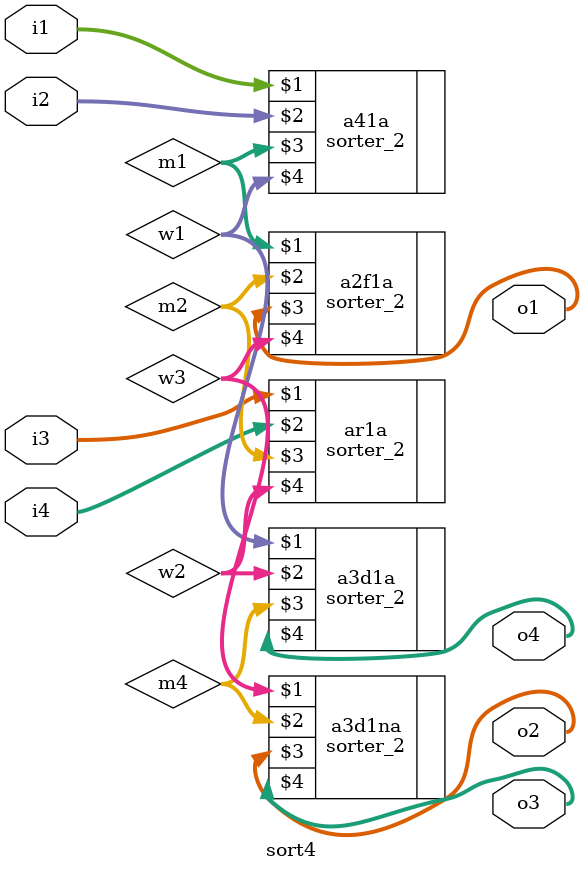
<source format=v>
module sort4(i1,i2,i3,i4,o1,o2,o3,o4);
input [7:0]i1,i2,i3,i4;
output [7:0]o1,o2,o3,o4;
wire [7:0]m1,m2,m3,m4,w1,w2,w3,w4;
sorter_2 a41a(i1,i2,m1,w1);
sorter_2 ar1a(i3,i4,m2,w2);

sorter_2 a2f1a(m1,m2,o1,w3);
sorter_2 a3d1a(w1,w2,m4,o4);

sorter_2 a3d1na(w3,m4,o2,o3);
endmodule

</source>
